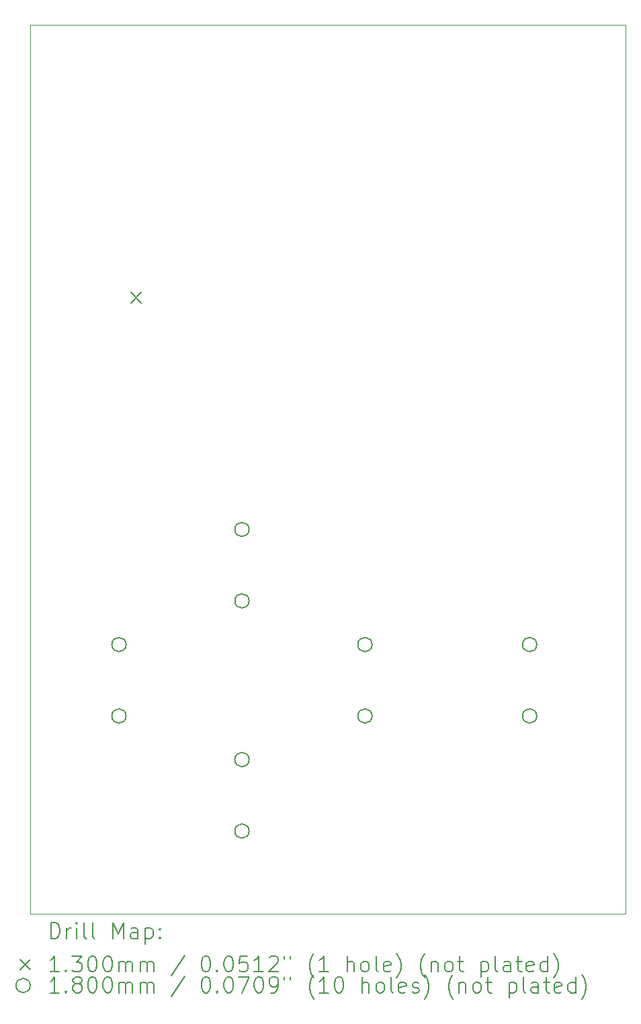
<source format=gbr>
%TF.GenerationSoftware,KiCad,Pcbnew,8.0.1*%
%TF.CreationDate,2024-05-06T19:00:16+02:00*%
%TF.ProjectId,teamagotchi,7465616d-6167-46f7-9463-68692e6b6963,rev?*%
%TF.SameCoordinates,Original*%
%TF.FileFunction,Drillmap*%
%TF.FilePolarity,Positive*%
%FSLAX45Y45*%
G04 Gerber Fmt 4.5, Leading zero omitted, Abs format (unit mm)*
G04 Created by KiCad (PCBNEW 8.0.1) date 2024-05-06 19:00:16*
%MOMM*%
%LPD*%
G01*
G04 APERTURE LIST*
%ADD10C,0.050000*%
%ADD11C,0.200000*%
%ADD12C,0.130000*%
%ADD13C,0.180000*%
G04 APERTURE END LIST*
D10*
X18496000Y-4670600D02*
X18496000Y-15870600D01*
X10996000Y-4670600D02*
X18496000Y-4670600D01*
X10996000Y-15870600D02*
X10996000Y-4670600D01*
X10996000Y-15870600D02*
X18496000Y-15870600D01*
D11*
D12*
X12261000Y-8045600D02*
X12391000Y-8175600D01*
X12391000Y-8045600D02*
X12261000Y-8175600D01*
D13*
X12201000Y-12480600D02*
G75*
G02*
X12021000Y-12480600I-90000J0D01*
G01*
X12021000Y-12480600D02*
G75*
G02*
X12201000Y-12480600I90000J0D01*
G01*
X12201000Y-13380600D02*
G75*
G02*
X12021000Y-13380600I-90000J0D01*
G01*
X12021000Y-13380600D02*
G75*
G02*
X12201000Y-13380600I90000J0D01*
G01*
X13751000Y-11030600D02*
G75*
G02*
X13571000Y-11030600I-90000J0D01*
G01*
X13571000Y-11030600D02*
G75*
G02*
X13751000Y-11030600I90000J0D01*
G01*
X13751000Y-11930600D02*
G75*
G02*
X13571000Y-11930600I-90000J0D01*
G01*
X13571000Y-11930600D02*
G75*
G02*
X13751000Y-11930600I90000J0D01*
G01*
X13751000Y-13930600D02*
G75*
G02*
X13571000Y-13930600I-90000J0D01*
G01*
X13571000Y-13930600D02*
G75*
G02*
X13751000Y-13930600I90000J0D01*
G01*
X13751000Y-14830600D02*
G75*
G02*
X13571000Y-14830600I-90000J0D01*
G01*
X13571000Y-14830600D02*
G75*
G02*
X13751000Y-14830600I90000J0D01*
G01*
X15301000Y-12480600D02*
G75*
G02*
X15121000Y-12480600I-90000J0D01*
G01*
X15121000Y-12480600D02*
G75*
G02*
X15301000Y-12480600I90000J0D01*
G01*
X15301000Y-13380600D02*
G75*
G02*
X15121000Y-13380600I-90000J0D01*
G01*
X15121000Y-13380600D02*
G75*
G02*
X15301000Y-13380600I90000J0D01*
G01*
X17376000Y-12480600D02*
G75*
G02*
X17196000Y-12480600I-90000J0D01*
G01*
X17196000Y-12480600D02*
G75*
G02*
X17376000Y-12480600I90000J0D01*
G01*
X17376000Y-13380600D02*
G75*
G02*
X17196000Y-13380600I-90000J0D01*
G01*
X17196000Y-13380600D02*
G75*
G02*
X17376000Y-13380600I90000J0D01*
G01*
D11*
X11254277Y-16184584D02*
X11254277Y-15984584D01*
X11254277Y-15984584D02*
X11301896Y-15984584D01*
X11301896Y-15984584D02*
X11330467Y-15994108D01*
X11330467Y-15994108D02*
X11349515Y-16013155D01*
X11349515Y-16013155D02*
X11359039Y-16032203D01*
X11359039Y-16032203D02*
X11368562Y-16070298D01*
X11368562Y-16070298D02*
X11368562Y-16098869D01*
X11368562Y-16098869D02*
X11359039Y-16136965D01*
X11359039Y-16136965D02*
X11349515Y-16156012D01*
X11349515Y-16156012D02*
X11330467Y-16175060D01*
X11330467Y-16175060D02*
X11301896Y-16184584D01*
X11301896Y-16184584D02*
X11254277Y-16184584D01*
X11454277Y-16184584D02*
X11454277Y-16051250D01*
X11454277Y-16089346D02*
X11463801Y-16070298D01*
X11463801Y-16070298D02*
X11473324Y-16060774D01*
X11473324Y-16060774D02*
X11492372Y-16051250D01*
X11492372Y-16051250D02*
X11511420Y-16051250D01*
X11578086Y-16184584D02*
X11578086Y-16051250D01*
X11578086Y-15984584D02*
X11568562Y-15994108D01*
X11568562Y-15994108D02*
X11578086Y-16003631D01*
X11578086Y-16003631D02*
X11587610Y-15994108D01*
X11587610Y-15994108D02*
X11578086Y-15984584D01*
X11578086Y-15984584D02*
X11578086Y-16003631D01*
X11701896Y-16184584D02*
X11682848Y-16175060D01*
X11682848Y-16175060D02*
X11673324Y-16156012D01*
X11673324Y-16156012D02*
X11673324Y-15984584D01*
X11806658Y-16184584D02*
X11787610Y-16175060D01*
X11787610Y-16175060D02*
X11778086Y-16156012D01*
X11778086Y-16156012D02*
X11778086Y-15984584D01*
X12035229Y-16184584D02*
X12035229Y-15984584D01*
X12035229Y-15984584D02*
X12101896Y-16127441D01*
X12101896Y-16127441D02*
X12168562Y-15984584D01*
X12168562Y-15984584D02*
X12168562Y-16184584D01*
X12349515Y-16184584D02*
X12349515Y-16079822D01*
X12349515Y-16079822D02*
X12339991Y-16060774D01*
X12339991Y-16060774D02*
X12320943Y-16051250D01*
X12320943Y-16051250D02*
X12282848Y-16051250D01*
X12282848Y-16051250D02*
X12263801Y-16060774D01*
X12349515Y-16175060D02*
X12330467Y-16184584D01*
X12330467Y-16184584D02*
X12282848Y-16184584D01*
X12282848Y-16184584D02*
X12263801Y-16175060D01*
X12263801Y-16175060D02*
X12254277Y-16156012D01*
X12254277Y-16156012D02*
X12254277Y-16136965D01*
X12254277Y-16136965D02*
X12263801Y-16117917D01*
X12263801Y-16117917D02*
X12282848Y-16108393D01*
X12282848Y-16108393D02*
X12330467Y-16108393D01*
X12330467Y-16108393D02*
X12349515Y-16098869D01*
X12444753Y-16051250D02*
X12444753Y-16251250D01*
X12444753Y-16060774D02*
X12463801Y-16051250D01*
X12463801Y-16051250D02*
X12501896Y-16051250D01*
X12501896Y-16051250D02*
X12520943Y-16060774D01*
X12520943Y-16060774D02*
X12530467Y-16070298D01*
X12530467Y-16070298D02*
X12539991Y-16089346D01*
X12539991Y-16089346D02*
X12539991Y-16146488D01*
X12539991Y-16146488D02*
X12530467Y-16165536D01*
X12530467Y-16165536D02*
X12520943Y-16175060D01*
X12520943Y-16175060D02*
X12501896Y-16184584D01*
X12501896Y-16184584D02*
X12463801Y-16184584D01*
X12463801Y-16184584D02*
X12444753Y-16175060D01*
X12625705Y-16165536D02*
X12635229Y-16175060D01*
X12635229Y-16175060D02*
X12625705Y-16184584D01*
X12625705Y-16184584D02*
X12616182Y-16175060D01*
X12616182Y-16175060D02*
X12625705Y-16165536D01*
X12625705Y-16165536D02*
X12625705Y-16184584D01*
X12625705Y-16060774D02*
X12635229Y-16070298D01*
X12635229Y-16070298D02*
X12625705Y-16079822D01*
X12625705Y-16079822D02*
X12616182Y-16070298D01*
X12616182Y-16070298D02*
X12625705Y-16060774D01*
X12625705Y-16060774D02*
X12625705Y-16079822D01*
D12*
X10863500Y-16448100D02*
X10993500Y-16578100D01*
X10993500Y-16448100D02*
X10863500Y-16578100D01*
D11*
X11359039Y-16604584D02*
X11244753Y-16604584D01*
X11301896Y-16604584D02*
X11301896Y-16404584D01*
X11301896Y-16404584D02*
X11282848Y-16433155D01*
X11282848Y-16433155D02*
X11263801Y-16452203D01*
X11263801Y-16452203D02*
X11244753Y-16461727D01*
X11444753Y-16585536D02*
X11454277Y-16595060D01*
X11454277Y-16595060D02*
X11444753Y-16604584D01*
X11444753Y-16604584D02*
X11435229Y-16595060D01*
X11435229Y-16595060D02*
X11444753Y-16585536D01*
X11444753Y-16585536D02*
X11444753Y-16604584D01*
X11520943Y-16404584D02*
X11644753Y-16404584D01*
X11644753Y-16404584D02*
X11578086Y-16480774D01*
X11578086Y-16480774D02*
X11606658Y-16480774D01*
X11606658Y-16480774D02*
X11625705Y-16490298D01*
X11625705Y-16490298D02*
X11635229Y-16499822D01*
X11635229Y-16499822D02*
X11644753Y-16518869D01*
X11644753Y-16518869D02*
X11644753Y-16566488D01*
X11644753Y-16566488D02*
X11635229Y-16585536D01*
X11635229Y-16585536D02*
X11625705Y-16595060D01*
X11625705Y-16595060D02*
X11606658Y-16604584D01*
X11606658Y-16604584D02*
X11549515Y-16604584D01*
X11549515Y-16604584D02*
X11530467Y-16595060D01*
X11530467Y-16595060D02*
X11520943Y-16585536D01*
X11768562Y-16404584D02*
X11787610Y-16404584D01*
X11787610Y-16404584D02*
X11806658Y-16414108D01*
X11806658Y-16414108D02*
X11816182Y-16423631D01*
X11816182Y-16423631D02*
X11825705Y-16442679D01*
X11825705Y-16442679D02*
X11835229Y-16480774D01*
X11835229Y-16480774D02*
X11835229Y-16528393D01*
X11835229Y-16528393D02*
X11825705Y-16566488D01*
X11825705Y-16566488D02*
X11816182Y-16585536D01*
X11816182Y-16585536D02*
X11806658Y-16595060D01*
X11806658Y-16595060D02*
X11787610Y-16604584D01*
X11787610Y-16604584D02*
X11768562Y-16604584D01*
X11768562Y-16604584D02*
X11749515Y-16595060D01*
X11749515Y-16595060D02*
X11739991Y-16585536D01*
X11739991Y-16585536D02*
X11730467Y-16566488D01*
X11730467Y-16566488D02*
X11720943Y-16528393D01*
X11720943Y-16528393D02*
X11720943Y-16480774D01*
X11720943Y-16480774D02*
X11730467Y-16442679D01*
X11730467Y-16442679D02*
X11739991Y-16423631D01*
X11739991Y-16423631D02*
X11749515Y-16414108D01*
X11749515Y-16414108D02*
X11768562Y-16404584D01*
X11959039Y-16404584D02*
X11978086Y-16404584D01*
X11978086Y-16404584D02*
X11997134Y-16414108D01*
X11997134Y-16414108D02*
X12006658Y-16423631D01*
X12006658Y-16423631D02*
X12016182Y-16442679D01*
X12016182Y-16442679D02*
X12025705Y-16480774D01*
X12025705Y-16480774D02*
X12025705Y-16528393D01*
X12025705Y-16528393D02*
X12016182Y-16566488D01*
X12016182Y-16566488D02*
X12006658Y-16585536D01*
X12006658Y-16585536D02*
X11997134Y-16595060D01*
X11997134Y-16595060D02*
X11978086Y-16604584D01*
X11978086Y-16604584D02*
X11959039Y-16604584D01*
X11959039Y-16604584D02*
X11939991Y-16595060D01*
X11939991Y-16595060D02*
X11930467Y-16585536D01*
X11930467Y-16585536D02*
X11920943Y-16566488D01*
X11920943Y-16566488D02*
X11911420Y-16528393D01*
X11911420Y-16528393D02*
X11911420Y-16480774D01*
X11911420Y-16480774D02*
X11920943Y-16442679D01*
X11920943Y-16442679D02*
X11930467Y-16423631D01*
X11930467Y-16423631D02*
X11939991Y-16414108D01*
X11939991Y-16414108D02*
X11959039Y-16404584D01*
X12111420Y-16604584D02*
X12111420Y-16471250D01*
X12111420Y-16490298D02*
X12120943Y-16480774D01*
X12120943Y-16480774D02*
X12139991Y-16471250D01*
X12139991Y-16471250D02*
X12168563Y-16471250D01*
X12168563Y-16471250D02*
X12187610Y-16480774D01*
X12187610Y-16480774D02*
X12197134Y-16499822D01*
X12197134Y-16499822D02*
X12197134Y-16604584D01*
X12197134Y-16499822D02*
X12206658Y-16480774D01*
X12206658Y-16480774D02*
X12225705Y-16471250D01*
X12225705Y-16471250D02*
X12254277Y-16471250D01*
X12254277Y-16471250D02*
X12273324Y-16480774D01*
X12273324Y-16480774D02*
X12282848Y-16499822D01*
X12282848Y-16499822D02*
X12282848Y-16604584D01*
X12378086Y-16604584D02*
X12378086Y-16471250D01*
X12378086Y-16490298D02*
X12387610Y-16480774D01*
X12387610Y-16480774D02*
X12406658Y-16471250D01*
X12406658Y-16471250D02*
X12435229Y-16471250D01*
X12435229Y-16471250D02*
X12454277Y-16480774D01*
X12454277Y-16480774D02*
X12463801Y-16499822D01*
X12463801Y-16499822D02*
X12463801Y-16604584D01*
X12463801Y-16499822D02*
X12473324Y-16480774D01*
X12473324Y-16480774D02*
X12492372Y-16471250D01*
X12492372Y-16471250D02*
X12520943Y-16471250D01*
X12520943Y-16471250D02*
X12539991Y-16480774D01*
X12539991Y-16480774D02*
X12549515Y-16499822D01*
X12549515Y-16499822D02*
X12549515Y-16604584D01*
X12939991Y-16395060D02*
X12768563Y-16652203D01*
X13197134Y-16404584D02*
X13216182Y-16404584D01*
X13216182Y-16404584D02*
X13235229Y-16414108D01*
X13235229Y-16414108D02*
X13244753Y-16423631D01*
X13244753Y-16423631D02*
X13254277Y-16442679D01*
X13254277Y-16442679D02*
X13263801Y-16480774D01*
X13263801Y-16480774D02*
X13263801Y-16528393D01*
X13263801Y-16528393D02*
X13254277Y-16566488D01*
X13254277Y-16566488D02*
X13244753Y-16585536D01*
X13244753Y-16585536D02*
X13235229Y-16595060D01*
X13235229Y-16595060D02*
X13216182Y-16604584D01*
X13216182Y-16604584D02*
X13197134Y-16604584D01*
X13197134Y-16604584D02*
X13178086Y-16595060D01*
X13178086Y-16595060D02*
X13168563Y-16585536D01*
X13168563Y-16585536D02*
X13159039Y-16566488D01*
X13159039Y-16566488D02*
X13149515Y-16528393D01*
X13149515Y-16528393D02*
X13149515Y-16480774D01*
X13149515Y-16480774D02*
X13159039Y-16442679D01*
X13159039Y-16442679D02*
X13168563Y-16423631D01*
X13168563Y-16423631D02*
X13178086Y-16414108D01*
X13178086Y-16414108D02*
X13197134Y-16404584D01*
X13349515Y-16585536D02*
X13359039Y-16595060D01*
X13359039Y-16595060D02*
X13349515Y-16604584D01*
X13349515Y-16604584D02*
X13339991Y-16595060D01*
X13339991Y-16595060D02*
X13349515Y-16585536D01*
X13349515Y-16585536D02*
X13349515Y-16604584D01*
X13482848Y-16404584D02*
X13501896Y-16404584D01*
X13501896Y-16404584D02*
X13520944Y-16414108D01*
X13520944Y-16414108D02*
X13530467Y-16423631D01*
X13530467Y-16423631D02*
X13539991Y-16442679D01*
X13539991Y-16442679D02*
X13549515Y-16480774D01*
X13549515Y-16480774D02*
X13549515Y-16528393D01*
X13549515Y-16528393D02*
X13539991Y-16566488D01*
X13539991Y-16566488D02*
X13530467Y-16585536D01*
X13530467Y-16585536D02*
X13520944Y-16595060D01*
X13520944Y-16595060D02*
X13501896Y-16604584D01*
X13501896Y-16604584D02*
X13482848Y-16604584D01*
X13482848Y-16604584D02*
X13463801Y-16595060D01*
X13463801Y-16595060D02*
X13454277Y-16585536D01*
X13454277Y-16585536D02*
X13444753Y-16566488D01*
X13444753Y-16566488D02*
X13435229Y-16528393D01*
X13435229Y-16528393D02*
X13435229Y-16480774D01*
X13435229Y-16480774D02*
X13444753Y-16442679D01*
X13444753Y-16442679D02*
X13454277Y-16423631D01*
X13454277Y-16423631D02*
X13463801Y-16414108D01*
X13463801Y-16414108D02*
X13482848Y-16404584D01*
X13730467Y-16404584D02*
X13635229Y-16404584D01*
X13635229Y-16404584D02*
X13625706Y-16499822D01*
X13625706Y-16499822D02*
X13635229Y-16490298D01*
X13635229Y-16490298D02*
X13654277Y-16480774D01*
X13654277Y-16480774D02*
X13701896Y-16480774D01*
X13701896Y-16480774D02*
X13720944Y-16490298D01*
X13720944Y-16490298D02*
X13730467Y-16499822D01*
X13730467Y-16499822D02*
X13739991Y-16518869D01*
X13739991Y-16518869D02*
X13739991Y-16566488D01*
X13739991Y-16566488D02*
X13730467Y-16585536D01*
X13730467Y-16585536D02*
X13720944Y-16595060D01*
X13720944Y-16595060D02*
X13701896Y-16604584D01*
X13701896Y-16604584D02*
X13654277Y-16604584D01*
X13654277Y-16604584D02*
X13635229Y-16595060D01*
X13635229Y-16595060D02*
X13625706Y-16585536D01*
X13930467Y-16604584D02*
X13816182Y-16604584D01*
X13873325Y-16604584D02*
X13873325Y-16404584D01*
X13873325Y-16404584D02*
X13854277Y-16433155D01*
X13854277Y-16433155D02*
X13835229Y-16452203D01*
X13835229Y-16452203D02*
X13816182Y-16461727D01*
X14006658Y-16423631D02*
X14016182Y-16414108D01*
X14016182Y-16414108D02*
X14035229Y-16404584D01*
X14035229Y-16404584D02*
X14082848Y-16404584D01*
X14082848Y-16404584D02*
X14101896Y-16414108D01*
X14101896Y-16414108D02*
X14111420Y-16423631D01*
X14111420Y-16423631D02*
X14120944Y-16442679D01*
X14120944Y-16442679D02*
X14120944Y-16461727D01*
X14120944Y-16461727D02*
X14111420Y-16490298D01*
X14111420Y-16490298D02*
X13997134Y-16604584D01*
X13997134Y-16604584D02*
X14120944Y-16604584D01*
X14197134Y-16404584D02*
X14197134Y-16442679D01*
X14273325Y-16404584D02*
X14273325Y-16442679D01*
X14568563Y-16680774D02*
X14559039Y-16671250D01*
X14559039Y-16671250D02*
X14539991Y-16642679D01*
X14539991Y-16642679D02*
X14530468Y-16623631D01*
X14530468Y-16623631D02*
X14520944Y-16595060D01*
X14520944Y-16595060D02*
X14511420Y-16547441D01*
X14511420Y-16547441D02*
X14511420Y-16509346D01*
X14511420Y-16509346D02*
X14520944Y-16461727D01*
X14520944Y-16461727D02*
X14530468Y-16433155D01*
X14530468Y-16433155D02*
X14539991Y-16414108D01*
X14539991Y-16414108D02*
X14559039Y-16385536D01*
X14559039Y-16385536D02*
X14568563Y-16376012D01*
X14749515Y-16604584D02*
X14635229Y-16604584D01*
X14692372Y-16604584D02*
X14692372Y-16404584D01*
X14692372Y-16404584D02*
X14673325Y-16433155D01*
X14673325Y-16433155D02*
X14654277Y-16452203D01*
X14654277Y-16452203D02*
X14635229Y-16461727D01*
X14987610Y-16604584D02*
X14987610Y-16404584D01*
X15073325Y-16604584D02*
X15073325Y-16499822D01*
X15073325Y-16499822D02*
X15063801Y-16480774D01*
X15063801Y-16480774D02*
X15044753Y-16471250D01*
X15044753Y-16471250D02*
X15016182Y-16471250D01*
X15016182Y-16471250D02*
X14997134Y-16480774D01*
X14997134Y-16480774D02*
X14987610Y-16490298D01*
X15197134Y-16604584D02*
X15178087Y-16595060D01*
X15178087Y-16595060D02*
X15168563Y-16585536D01*
X15168563Y-16585536D02*
X15159039Y-16566488D01*
X15159039Y-16566488D02*
X15159039Y-16509346D01*
X15159039Y-16509346D02*
X15168563Y-16490298D01*
X15168563Y-16490298D02*
X15178087Y-16480774D01*
X15178087Y-16480774D02*
X15197134Y-16471250D01*
X15197134Y-16471250D02*
X15225706Y-16471250D01*
X15225706Y-16471250D02*
X15244753Y-16480774D01*
X15244753Y-16480774D02*
X15254277Y-16490298D01*
X15254277Y-16490298D02*
X15263801Y-16509346D01*
X15263801Y-16509346D02*
X15263801Y-16566488D01*
X15263801Y-16566488D02*
X15254277Y-16585536D01*
X15254277Y-16585536D02*
X15244753Y-16595060D01*
X15244753Y-16595060D02*
X15225706Y-16604584D01*
X15225706Y-16604584D02*
X15197134Y-16604584D01*
X15378087Y-16604584D02*
X15359039Y-16595060D01*
X15359039Y-16595060D02*
X15349515Y-16576012D01*
X15349515Y-16576012D02*
X15349515Y-16404584D01*
X15530468Y-16595060D02*
X15511420Y-16604584D01*
X15511420Y-16604584D02*
X15473325Y-16604584D01*
X15473325Y-16604584D02*
X15454277Y-16595060D01*
X15454277Y-16595060D02*
X15444753Y-16576012D01*
X15444753Y-16576012D02*
X15444753Y-16499822D01*
X15444753Y-16499822D02*
X15454277Y-16480774D01*
X15454277Y-16480774D02*
X15473325Y-16471250D01*
X15473325Y-16471250D02*
X15511420Y-16471250D01*
X15511420Y-16471250D02*
X15530468Y-16480774D01*
X15530468Y-16480774D02*
X15539991Y-16499822D01*
X15539991Y-16499822D02*
X15539991Y-16518869D01*
X15539991Y-16518869D02*
X15444753Y-16537917D01*
X15606658Y-16680774D02*
X15616182Y-16671250D01*
X15616182Y-16671250D02*
X15635230Y-16642679D01*
X15635230Y-16642679D02*
X15644753Y-16623631D01*
X15644753Y-16623631D02*
X15654277Y-16595060D01*
X15654277Y-16595060D02*
X15663801Y-16547441D01*
X15663801Y-16547441D02*
X15663801Y-16509346D01*
X15663801Y-16509346D02*
X15654277Y-16461727D01*
X15654277Y-16461727D02*
X15644753Y-16433155D01*
X15644753Y-16433155D02*
X15635230Y-16414108D01*
X15635230Y-16414108D02*
X15616182Y-16385536D01*
X15616182Y-16385536D02*
X15606658Y-16376012D01*
X15968563Y-16680774D02*
X15959039Y-16671250D01*
X15959039Y-16671250D02*
X15939991Y-16642679D01*
X15939991Y-16642679D02*
X15930468Y-16623631D01*
X15930468Y-16623631D02*
X15920944Y-16595060D01*
X15920944Y-16595060D02*
X15911420Y-16547441D01*
X15911420Y-16547441D02*
X15911420Y-16509346D01*
X15911420Y-16509346D02*
X15920944Y-16461727D01*
X15920944Y-16461727D02*
X15930468Y-16433155D01*
X15930468Y-16433155D02*
X15939991Y-16414108D01*
X15939991Y-16414108D02*
X15959039Y-16385536D01*
X15959039Y-16385536D02*
X15968563Y-16376012D01*
X16044753Y-16471250D02*
X16044753Y-16604584D01*
X16044753Y-16490298D02*
X16054277Y-16480774D01*
X16054277Y-16480774D02*
X16073325Y-16471250D01*
X16073325Y-16471250D02*
X16101896Y-16471250D01*
X16101896Y-16471250D02*
X16120944Y-16480774D01*
X16120944Y-16480774D02*
X16130468Y-16499822D01*
X16130468Y-16499822D02*
X16130468Y-16604584D01*
X16254277Y-16604584D02*
X16235230Y-16595060D01*
X16235230Y-16595060D02*
X16225706Y-16585536D01*
X16225706Y-16585536D02*
X16216182Y-16566488D01*
X16216182Y-16566488D02*
X16216182Y-16509346D01*
X16216182Y-16509346D02*
X16225706Y-16490298D01*
X16225706Y-16490298D02*
X16235230Y-16480774D01*
X16235230Y-16480774D02*
X16254277Y-16471250D01*
X16254277Y-16471250D02*
X16282849Y-16471250D01*
X16282849Y-16471250D02*
X16301896Y-16480774D01*
X16301896Y-16480774D02*
X16311420Y-16490298D01*
X16311420Y-16490298D02*
X16320944Y-16509346D01*
X16320944Y-16509346D02*
X16320944Y-16566488D01*
X16320944Y-16566488D02*
X16311420Y-16585536D01*
X16311420Y-16585536D02*
X16301896Y-16595060D01*
X16301896Y-16595060D02*
X16282849Y-16604584D01*
X16282849Y-16604584D02*
X16254277Y-16604584D01*
X16378087Y-16471250D02*
X16454277Y-16471250D01*
X16406658Y-16404584D02*
X16406658Y-16576012D01*
X16406658Y-16576012D02*
X16416182Y-16595060D01*
X16416182Y-16595060D02*
X16435230Y-16604584D01*
X16435230Y-16604584D02*
X16454277Y-16604584D01*
X16673325Y-16471250D02*
X16673325Y-16671250D01*
X16673325Y-16480774D02*
X16692372Y-16471250D01*
X16692372Y-16471250D02*
X16730468Y-16471250D01*
X16730468Y-16471250D02*
X16749515Y-16480774D01*
X16749515Y-16480774D02*
X16759039Y-16490298D01*
X16759039Y-16490298D02*
X16768563Y-16509346D01*
X16768563Y-16509346D02*
X16768563Y-16566488D01*
X16768563Y-16566488D02*
X16759039Y-16585536D01*
X16759039Y-16585536D02*
X16749515Y-16595060D01*
X16749515Y-16595060D02*
X16730468Y-16604584D01*
X16730468Y-16604584D02*
X16692372Y-16604584D01*
X16692372Y-16604584D02*
X16673325Y-16595060D01*
X16882849Y-16604584D02*
X16863801Y-16595060D01*
X16863801Y-16595060D02*
X16854277Y-16576012D01*
X16854277Y-16576012D02*
X16854277Y-16404584D01*
X17044754Y-16604584D02*
X17044754Y-16499822D01*
X17044754Y-16499822D02*
X17035230Y-16480774D01*
X17035230Y-16480774D02*
X17016182Y-16471250D01*
X17016182Y-16471250D02*
X16978087Y-16471250D01*
X16978087Y-16471250D02*
X16959039Y-16480774D01*
X17044754Y-16595060D02*
X17025706Y-16604584D01*
X17025706Y-16604584D02*
X16978087Y-16604584D01*
X16978087Y-16604584D02*
X16959039Y-16595060D01*
X16959039Y-16595060D02*
X16949515Y-16576012D01*
X16949515Y-16576012D02*
X16949515Y-16556965D01*
X16949515Y-16556965D02*
X16959039Y-16537917D01*
X16959039Y-16537917D02*
X16978087Y-16528393D01*
X16978087Y-16528393D02*
X17025706Y-16528393D01*
X17025706Y-16528393D02*
X17044754Y-16518869D01*
X17111420Y-16471250D02*
X17187611Y-16471250D01*
X17139992Y-16404584D02*
X17139992Y-16576012D01*
X17139992Y-16576012D02*
X17149515Y-16595060D01*
X17149515Y-16595060D02*
X17168563Y-16604584D01*
X17168563Y-16604584D02*
X17187611Y-16604584D01*
X17330468Y-16595060D02*
X17311420Y-16604584D01*
X17311420Y-16604584D02*
X17273325Y-16604584D01*
X17273325Y-16604584D02*
X17254277Y-16595060D01*
X17254277Y-16595060D02*
X17244754Y-16576012D01*
X17244754Y-16576012D02*
X17244754Y-16499822D01*
X17244754Y-16499822D02*
X17254277Y-16480774D01*
X17254277Y-16480774D02*
X17273325Y-16471250D01*
X17273325Y-16471250D02*
X17311420Y-16471250D01*
X17311420Y-16471250D02*
X17330468Y-16480774D01*
X17330468Y-16480774D02*
X17339992Y-16499822D01*
X17339992Y-16499822D02*
X17339992Y-16518869D01*
X17339992Y-16518869D02*
X17244754Y-16537917D01*
X17511420Y-16604584D02*
X17511420Y-16404584D01*
X17511420Y-16595060D02*
X17492373Y-16604584D01*
X17492373Y-16604584D02*
X17454277Y-16604584D01*
X17454277Y-16604584D02*
X17435230Y-16595060D01*
X17435230Y-16595060D02*
X17425706Y-16585536D01*
X17425706Y-16585536D02*
X17416182Y-16566488D01*
X17416182Y-16566488D02*
X17416182Y-16509346D01*
X17416182Y-16509346D02*
X17425706Y-16490298D01*
X17425706Y-16490298D02*
X17435230Y-16480774D01*
X17435230Y-16480774D02*
X17454277Y-16471250D01*
X17454277Y-16471250D02*
X17492373Y-16471250D01*
X17492373Y-16471250D02*
X17511420Y-16480774D01*
X17587611Y-16680774D02*
X17597135Y-16671250D01*
X17597135Y-16671250D02*
X17616182Y-16642679D01*
X17616182Y-16642679D02*
X17625706Y-16623631D01*
X17625706Y-16623631D02*
X17635230Y-16595060D01*
X17635230Y-16595060D02*
X17644754Y-16547441D01*
X17644754Y-16547441D02*
X17644754Y-16509346D01*
X17644754Y-16509346D02*
X17635230Y-16461727D01*
X17635230Y-16461727D02*
X17625706Y-16433155D01*
X17625706Y-16433155D02*
X17616182Y-16414108D01*
X17616182Y-16414108D02*
X17597135Y-16385536D01*
X17597135Y-16385536D02*
X17587611Y-16376012D01*
D13*
X10993500Y-16777100D02*
G75*
G02*
X10813500Y-16777100I-90000J0D01*
G01*
X10813500Y-16777100D02*
G75*
G02*
X10993500Y-16777100I90000J0D01*
G01*
D11*
X11359039Y-16868584D02*
X11244753Y-16868584D01*
X11301896Y-16868584D02*
X11301896Y-16668584D01*
X11301896Y-16668584D02*
X11282848Y-16697155D01*
X11282848Y-16697155D02*
X11263801Y-16716203D01*
X11263801Y-16716203D02*
X11244753Y-16725727D01*
X11444753Y-16849536D02*
X11454277Y-16859060D01*
X11454277Y-16859060D02*
X11444753Y-16868584D01*
X11444753Y-16868584D02*
X11435229Y-16859060D01*
X11435229Y-16859060D02*
X11444753Y-16849536D01*
X11444753Y-16849536D02*
X11444753Y-16868584D01*
X11568562Y-16754298D02*
X11549515Y-16744774D01*
X11549515Y-16744774D02*
X11539991Y-16735250D01*
X11539991Y-16735250D02*
X11530467Y-16716203D01*
X11530467Y-16716203D02*
X11530467Y-16706679D01*
X11530467Y-16706679D02*
X11539991Y-16687631D01*
X11539991Y-16687631D02*
X11549515Y-16678108D01*
X11549515Y-16678108D02*
X11568562Y-16668584D01*
X11568562Y-16668584D02*
X11606658Y-16668584D01*
X11606658Y-16668584D02*
X11625705Y-16678108D01*
X11625705Y-16678108D02*
X11635229Y-16687631D01*
X11635229Y-16687631D02*
X11644753Y-16706679D01*
X11644753Y-16706679D02*
X11644753Y-16716203D01*
X11644753Y-16716203D02*
X11635229Y-16735250D01*
X11635229Y-16735250D02*
X11625705Y-16744774D01*
X11625705Y-16744774D02*
X11606658Y-16754298D01*
X11606658Y-16754298D02*
X11568562Y-16754298D01*
X11568562Y-16754298D02*
X11549515Y-16763822D01*
X11549515Y-16763822D02*
X11539991Y-16773346D01*
X11539991Y-16773346D02*
X11530467Y-16792393D01*
X11530467Y-16792393D02*
X11530467Y-16830489D01*
X11530467Y-16830489D02*
X11539991Y-16849536D01*
X11539991Y-16849536D02*
X11549515Y-16859060D01*
X11549515Y-16859060D02*
X11568562Y-16868584D01*
X11568562Y-16868584D02*
X11606658Y-16868584D01*
X11606658Y-16868584D02*
X11625705Y-16859060D01*
X11625705Y-16859060D02*
X11635229Y-16849536D01*
X11635229Y-16849536D02*
X11644753Y-16830489D01*
X11644753Y-16830489D02*
X11644753Y-16792393D01*
X11644753Y-16792393D02*
X11635229Y-16773346D01*
X11635229Y-16773346D02*
X11625705Y-16763822D01*
X11625705Y-16763822D02*
X11606658Y-16754298D01*
X11768562Y-16668584D02*
X11787610Y-16668584D01*
X11787610Y-16668584D02*
X11806658Y-16678108D01*
X11806658Y-16678108D02*
X11816182Y-16687631D01*
X11816182Y-16687631D02*
X11825705Y-16706679D01*
X11825705Y-16706679D02*
X11835229Y-16744774D01*
X11835229Y-16744774D02*
X11835229Y-16792393D01*
X11835229Y-16792393D02*
X11825705Y-16830489D01*
X11825705Y-16830489D02*
X11816182Y-16849536D01*
X11816182Y-16849536D02*
X11806658Y-16859060D01*
X11806658Y-16859060D02*
X11787610Y-16868584D01*
X11787610Y-16868584D02*
X11768562Y-16868584D01*
X11768562Y-16868584D02*
X11749515Y-16859060D01*
X11749515Y-16859060D02*
X11739991Y-16849536D01*
X11739991Y-16849536D02*
X11730467Y-16830489D01*
X11730467Y-16830489D02*
X11720943Y-16792393D01*
X11720943Y-16792393D02*
X11720943Y-16744774D01*
X11720943Y-16744774D02*
X11730467Y-16706679D01*
X11730467Y-16706679D02*
X11739991Y-16687631D01*
X11739991Y-16687631D02*
X11749515Y-16678108D01*
X11749515Y-16678108D02*
X11768562Y-16668584D01*
X11959039Y-16668584D02*
X11978086Y-16668584D01*
X11978086Y-16668584D02*
X11997134Y-16678108D01*
X11997134Y-16678108D02*
X12006658Y-16687631D01*
X12006658Y-16687631D02*
X12016182Y-16706679D01*
X12016182Y-16706679D02*
X12025705Y-16744774D01*
X12025705Y-16744774D02*
X12025705Y-16792393D01*
X12025705Y-16792393D02*
X12016182Y-16830489D01*
X12016182Y-16830489D02*
X12006658Y-16849536D01*
X12006658Y-16849536D02*
X11997134Y-16859060D01*
X11997134Y-16859060D02*
X11978086Y-16868584D01*
X11978086Y-16868584D02*
X11959039Y-16868584D01*
X11959039Y-16868584D02*
X11939991Y-16859060D01*
X11939991Y-16859060D02*
X11930467Y-16849536D01*
X11930467Y-16849536D02*
X11920943Y-16830489D01*
X11920943Y-16830489D02*
X11911420Y-16792393D01*
X11911420Y-16792393D02*
X11911420Y-16744774D01*
X11911420Y-16744774D02*
X11920943Y-16706679D01*
X11920943Y-16706679D02*
X11930467Y-16687631D01*
X11930467Y-16687631D02*
X11939991Y-16678108D01*
X11939991Y-16678108D02*
X11959039Y-16668584D01*
X12111420Y-16868584D02*
X12111420Y-16735250D01*
X12111420Y-16754298D02*
X12120943Y-16744774D01*
X12120943Y-16744774D02*
X12139991Y-16735250D01*
X12139991Y-16735250D02*
X12168563Y-16735250D01*
X12168563Y-16735250D02*
X12187610Y-16744774D01*
X12187610Y-16744774D02*
X12197134Y-16763822D01*
X12197134Y-16763822D02*
X12197134Y-16868584D01*
X12197134Y-16763822D02*
X12206658Y-16744774D01*
X12206658Y-16744774D02*
X12225705Y-16735250D01*
X12225705Y-16735250D02*
X12254277Y-16735250D01*
X12254277Y-16735250D02*
X12273324Y-16744774D01*
X12273324Y-16744774D02*
X12282848Y-16763822D01*
X12282848Y-16763822D02*
X12282848Y-16868584D01*
X12378086Y-16868584D02*
X12378086Y-16735250D01*
X12378086Y-16754298D02*
X12387610Y-16744774D01*
X12387610Y-16744774D02*
X12406658Y-16735250D01*
X12406658Y-16735250D02*
X12435229Y-16735250D01*
X12435229Y-16735250D02*
X12454277Y-16744774D01*
X12454277Y-16744774D02*
X12463801Y-16763822D01*
X12463801Y-16763822D02*
X12463801Y-16868584D01*
X12463801Y-16763822D02*
X12473324Y-16744774D01*
X12473324Y-16744774D02*
X12492372Y-16735250D01*
X12492372Y-16735250D02*
X12520943Y-16735250D01*
X12520943Y-16735250D02*
X12539991Y-16744774D01*
X12539991Y-16744774D02*
X12549515Y-16763822D01*
X12549515Y-16763822D02*
X12549515Y-16868584D01*
X12939991Y-16659060D02*
X12768563Y-16916203D01*
X13197134Y-16668584D02*
X13216182Y-16668584D01*
X13216182Y-16668584D02*
X13235229Y-16678108D01*
X13235229Y-16678108D02*
X13244753Y-16687631D01*
X13244753Y-16687631D02*
X13254277Y-16706679D01*
X13254277Y-16706679D02*
X13263801Y-16744774D01*
X13263801Y-16744774D02*
X13263801Y-16792393D01*
X13263801Y-16792393D02*
X13254277Y-16830489D01*
X13254277Y-16830489D02*
X13244753Y-16849536D01*
X13244753Y-16849536D02*
X13235229Y-16859060D01*
X13235229Y-16859060D02*
X13216182Y-16868584D01*
X13216182Y-16868584D02*
X13197134Y-16868584D01*
X13197134Y-16868584D02*
X13178086Y-16859060D01*
X13178086Y-16859060D02*
X13168563Y-16849536D01*
X13168563Y-16849536D02*
X13159039Y-16830489D01*
X13159039Y-16830489D02*
X13149515Y-16792393D01*
X13149515Y-16792393D02*
X13149515Y-16744774D01*
X13149515Y-16744774D02*
X13159039Y-16706679D01*
X13159039Y-16706679D02*
X13168563Y-16687631D01*
X13168563Y-16687631D02*
X13178086Y-16678108D01*
X13178086Y-16678108D02*
X13197134Y-16668584D01*
X13349515Y-16849536D02*
X13359039Y-16859060D01*
X13359039Y-16859060D02*
X13349515Y-16868584D01*
X13349515Y-16868584D02*
X13339991Y-16859060D01*
X13339991Y-16859060D02*
X13349515Y-16849536D01*
X13349515Y-16849536D02*
X13349515Y-16868584D01*
X13482848Y-16668584D02*
X13501896Y-16668584D01*
X13501896Y-16668584D02*
X13520944Y-16678108D01*
X13520944Y-16678108D02*
X13530467Y-16687631D01*
X13530467Y-16687631D02*
X13539991Y-16706679D01*
X13539991Y-16706679D02*
X13549515Y-16744774D01*
X13549515Y-16744774D02*
X13549515Y-16792393D01*
X13549515Y-16792393D02*
X13539991Y-16830489D01*
X13539991Y-16830489D02*
X13530467Y-16849536D01*
X13530467Y-16849536D02*
X13520944Y-16859060D01*
X13520944Y-16859060D02*
X13501896Y-16868584D01*
X13501896Y-16868584D02*
X13482848Y-16868584D01*
X13482848Y-16868584D02*
X13463801Y-16859060D01*
X13463801Y-16859060D02*
X13454277Y-16849536D01*
X13454277Y-16849536D02*
X13444753Y-16830489D01*
X13444753Y-16830489D02*
X13435229Y-16792393D01*
X13435229Y-16792393D02*
X13435229Y-16744774D01*
X13435229Y-16744774D02*
X13444753Y-16706679D01*
X13444753Y-16706679D02*
X13454277Y-16687631D01*
X13454277Y-16687631D02*
X13463801Y-16678108D01*
X13463801Y-16678108D02*
X13482848Y-16668584D01*
X13616182Y-16668584D02*
X13749515Y-16668584D01*
X13749515Y-16668584D02*
X13663801Y-16868584D01*
X13863801Y-16668584D02*
X13882848Y-16668584D01*
X13882848Y-16668584D02*
X13901896Y-16678108D01*
X13901896Y-16678108D02*
X13911420Y-16687631D01*
X13911420Y-16687631D02*
X13920944Y-16706679D01*
X13920944Y-16706679D02*
X13930467Y-16744774D01*
X13930467Y-16744774D02*
X13930467Y-16792393D01*
X13930467Y-16792393D02*
X13920944Y-16830489D01*
X13920944Y-16830489D02*
X13911420Y-16849536D01*
X13911420Y-16849536D02*
X13901896Y-16859060D01*
X13901896Y-16859060D02*
X13882848Y-16868584D01*
X13882848Y-16868584D02*
X13863801Y-16868584D01*
X13863801Y-16868584D02*
X13844753Y-16859060D01*
X13844753Y-16859060D02*
X13835229Y-16849536D01*
X13835229Y-16849536D02*
X13825706Y-16830489D01*
X13825706Y-16830489D02*
X13816182Y-16792393D01*
X13816182Y-16792393D02*
X13816182Y-16744774D01*
X13816182Y-16744774D02*
X13825706Y-16706679D01*
X13825706Y-16706679D02*
X13835229Y-16687631D01*
X13835229Y-16687631D02*
X13844753Y-16678108D01*
X13844753Y-16678108D02*
X13863801Y-16668584D01*
X14025706Y-16868584D02*
X14063801Y-16868584D01*
X14063801Y-16868584D02*
X14082848Y-16859060D01*
X14082848Y-16859060D02*
X14092372Y-16849536D01*
X14092372Y-16849536D02*
X14111420Y-16820965D01*
X14111420Y-16820965D02*
X14120944Y-16782870D01*
X14120944Y-16782870D02*
X14120944Y-16706679D01*
X14120944Y-16706679D02*
X14111420Y-16687631D01*
X14111420Y-16687631D02*
X14101896Y-16678108D01*
X14101896Y-16678108D02*
X14082848Y-16668584D01*
X14082848Y-16668584D02*
X14044753Y-16668584D01*
X14044753Y-16668584D02*
X14025706Y-16678108D01*
X14025706Y-16678108D02*
X14016182Y-16687631D01*
X14016182Y-16687631D02*
X14006658Y-16706679D01*
X14006658Y-16706679D02*
X14006658Y-16754298D01*
X14006658Y-16754298D02*
X14016182Y-16773346D01*
X14016182Y-16773346D02*
X14025706Y-16782870D01*
X14025706Y-16782870D02*
X14044753Y-16792393D01*
X14044753Y-16792393D02*
X14082848Y-16792393D01*
X14082848Y-16792393D02*
X14101896Y-16782870D01*
X14101896Y-16782870D02*
X14111420Y-16773346D01*
X14111420Y-16773346D02*
X14120944Y-16754298D01*
X14197134Y-16668584D02*
X14197134Y-16706679D01*
X14273325Y-16668584D02*
X14273325Y-16706679D01*
X14568563Y-16944774D02*
X14559039Y-16935250D01*
X14559039Y-16935250D02*
X14539991Y-16906679D01*
X14539991Y-16906679D02*
X14530468Y-16887631D01*
X14530468Y-16887631D02*
X14520944Y-16859060D01*
X14520944Y-16859060D02*
X14511420Y-16811441D01*
X14511420Y-16811441D02*
X14511420Y-16773346D01*
X14511420Y-16773346D02*
X14520944Y-16725727D01*
X14520944Y-16725727D02*
X14530468Y-16697155D01*
X14530468Y-16697155D02*
X14539991Y-16678108D01*
X14539991Y-16678108D02*
X14559039Y-16649536D01*
X14559039Y-16649536D02*
X14568563Y-16640012D01*
X14749515Y-16868584D02*
X14635229Y-16868584D01*
X14692372Y-16868584D02*
X14692372Y-16668584D01*
X14692372Y-16668584D02*
X14673325Y-16697155D01*
X14673325Y-16697155D02*
X14654277Y-16716203D01*
X14654277Y-16716203D02*
X14635229Y-16725727D01*
X14873325Y-16668584D02*
X14892372Y-16668584D01*
X14892372Y-16668584D02*
X14911420Y-16678108D01*
X14911420Y-16678108D02*
X14920944Y-16687631D01*
X14920944Y-16687631D02*
X14930468Y-16706679D01*
X14930468Y-16706679D02*
X14939991Y-16744774D01*
X14939991Y-16744774D02*
X14939991Y-16792393D01*
X14939991Y-16792393D02*
X14930468Y-16830489D01*
X14930468Y-16830489D02*
X14920944Y-16849536D01*
X14920944Y-16849536D02*
X14911420Y-16859060D01*
X14911420Y-16859060D02*
X14892372Y-16868584D01*
X14892372Y-16868584D02*
X14873325Y-16868584D01*
X14873325Y-16868584D02*
X14854277Y-16859060D01*
X14854277Y-16859060D02*
X14844753Y-16849536D01*
X14844753Y-16849536D02*
X14835229Y-16830489D01*
X14835229Y-16830489D02*
X14825706Y-16792393D01*
X14825706Y-16792393D02*
X14825706Y-16744774D01*
X14825706Y-16744774D02*
X14835229Y-16706679D01*
X14835229Y-16706679D02*
X14844753Y-16687631D01*
X14844753Y-16687631D02*
X14854277Y-16678108D01*
X14854277Y-16678108D02*
X14873325Y-16668584D01*
X15178087Y-16868584D02*
X15178087Y-16668584D01*
X15263801Y-16868584D02*
X15263801Y-16763822D01*
X15263801Y-16763822D02*
X15254277Y-16744774D01*
X15254277Y-16744774D02*
X15235230Y-16735250D01*
X15235230Y-16735250D02*
X15206658Y-16735250D01*
X15206658Y-16735250D02*
X15187610Y-16744774D01*
X15187610Y-16744774D02*
X15178087Y-16754298D01*
X15387610Y-16868584D02*
X15368563Y-16859060D01*
X15368563Y-16859060D02*
X15359039Y-16849536D01*
X15359039Y-16849536D02*
X15349515Y-16830489D01*
X15349515Y-16830489D02*
X15349515Y-16773346D01*
X15349515Y-16773346D02*
X15359039Y-16754298D01*
X15359039Y-16754298D02*
X15368563Y-16744774D01*
X15368563Y-16744774D02*
X15387610Y-16735250D01*
X15387610Y-16735250D02*
X15416182Y-16735250D01*
X15416182Y-16735250D02*
X15435230Y-16744774D01*
X15435230Y-16744774D02*
X15444753Y-16754298D01*
X15444753Y-16754298D02*
X15454277Y-16773346D01*
X15454277Y-16773346D02*
X15454277Y-16830489D01*
X15454277Y-16830489D02*
X15444753Y-16849536D01*
X15444753Y-16849536D02*
X15435230Y-16859060D01*
X15435230Y-16859060D02*
X15416182Y-16868584D01*
X15416182Y-16868584D02*
X15387610Y-16868584D01*
X15568563Y-16868584D02*
X15549515Y-16859060D01*
X15549515Y-16859060D02*
X15539991Y-16840012D01*
X15539991Y-16840012D02*
X15539991Y-16668584D01*
X15720944Y-16859060D02*
X15701896Y-16868584D01*
X15701896Y-16868584D02*
X15663801Y-16868584D01*
X15663801Y-16868584D02*
X15644753Y-16859060D01*
X15644753Y-16859060D02*
X15635230Y-16840012D01*
X15635230Y-16840012D02*
X15635230Y-16763822D01*
X15635230Y-16763822D02*
X15644753Y-16744774D01*
X15644753Y-16744774D02*
X15663801Y-16735250D01*
X15663801Y-16735250D02*
X15701896Y-16735250D01*
X15701896Y-16735250D02*
X15720944Y-16744774D01*
X15720944Y-16744774D02*
X15730468Y-16763822D01*
X15730468Y-16763822D02*
X15730468Y-16782870D01*
X15730468Y-16782870D02*
X15635230Y-16801917D01*
X15806658Y-16859060D02*
X15825706Y-16868584D01*
X15825706Y-16868584D02*
X15863801Y-16868584D01*
X15863801Y-16868584D02*
X15882849Y-16859060D01*
X15882849Y-16859060D02*
X15892372Y-16840012D01*
X15892372Y-16840012D02*
X15892372Y-16830489D01*
X15892372Y-16830489D02*
X15882849Y-16811441D01*
X15882849Y-16811441D02*
X15863801Y-16801917D01*
X15863801Y-16801917D02*
X15835230Y-16801917D01*
X15835230Y-16801917D02*
X15816182Y-16792393D01*
X15816182Y-16792393D02*
X15806658Y-16773346D01*
X15806658Y-16773346D02*
X15806658Y-16763822D01*
X15806658Y-16763822D02*
X15816182Y-16744774D01*
X15816182Y-16744774D02*
X15835230Y-16735250D01*
X15835230Y-16735250D02*
X15863801Y-16735250D01*
X15863801Y-16735250D02*
X15882849Y-16744774D01*
X15959039Y-16944774D02*
X15968563Y-16935250D01*
X15968563Y-16935250D02*
X15987611Y-16906679D01*
X15987611Y-16906679D02*
X15997134Y-16887631D01*
X15997134Y-16887631D02*
X16006658Y-16859060D01*
X16006658Y-16859060D02*
X16016182Y-16811441D01*
X16016182Y-16811441D02*
X16016182Y-16773346D01*
X16016182Y-16773346D02*
X16006658Y-16725727D01*
X16006658Y-16725727D02*
X15997134Y-16697155D01*
X15997134Y-16697155D02*
X15987611Y-16678108D01*
X15987611Y-16678108D02*
X15968563Y-16649536D01*
X15968563Y-16649536D02*
X15959039Y-16640012D01*
X16320944Y-16944774D02*
X16311420Y-16935250D01*
X16311420Y-16935250D02*
X16292372Y-16906679D01*
X16292372Y-16906679D02*
X16282849Y-16887631D01*
X16282849Y-16887631D02*
X16273325Y-16859060D01*
X16273325Y-16859060D02*
X16263801Y-16811441D01*
X16263801Y-16811441D02*
X16263801Y-16773346D01*
X16263801Y-16773346D02*
X16273325Y-16725727D01*
X16273325Y-16725727D02*
X16282849Y-16697155D01*
X16282849Y-16697155D02*
X16292372Y-16678108D01*
X16292372Y-16678108D02*
X16311420Y-16649536D01*
X16311420Y-16649536D02*
X16320944Y-16640012D01*
X16397134Y-16735250D02*
X16397134Y-16868584D01*
X16397134Y-16754298D02*
X16406658Y-16744774D01*
X16406658Y-16744774D02*
X16425706Y-16735250D01*
X16425706Y-16735250D02*
X16454277Y-16735250D01*
X16454277Y-16735250D02*
X16473325Y-16744774D01*
X16473325Y-16744774D02*
X16482849Y-16763822D01*
X16482849Y-16763822D02*
X16482849Y-16868584D01*
X16606658Y-16868584D02*
X16587611Y-16859060D01*
X16587611Y-16859060D02*
X16578087Y-16849536D01*
X16578087Y-16849536D02*
X16568563Y-16830489D01*
X16568563Y-16830489D02*
X16568563Y-16773346D01*
X16568563Y-16773346D02*
X16578087Y-16754298D01*
X16578087Y-16754298D02*
X16587611Y-16744774D01*
X16587611Y-16744774D02*
X16606658Y-16735250D01*
X16606658Y-16735250D02*
X16635230Y-16735250D01*
X16635230Y-16735250D02*
X16654277Y-16744774D01*
X16654277Y-16744774D02*
X16663801Y-16754298D01*
X16663801Y-16754298D02*
X16673325Y-16773346D01*
X16673325Y-16773346D02*
X16673325Y-16830489D01*
X16673325Y-16830489D02*
X16663801Y-16849536D01*
X16663801Y-16849536D02*
X16654277Y-16859060D01*
X16654277Y-16859060D02*
X16635230Y-16868584D01*
X16635230Y-16868584D02*
X16606658Y-16868584D01*
X16730468Y-16735250D02*
X16806658Y-16735250D01*
X16759039Y-16668584D02*
X16759039Y-16840012D01*
X16759039Y-16840012D02*
X16768563Y-16859060D01*
X16768563Y-16859060D02*
X16787611Y-16868584D01*
X16787611Y-16868584D02*
X16806658Y-16868584D01*
X17025706Y-16735250D02*
X17025706Y-16935250D01*
X17025706Y-16744774D02*
X17044754Y-16735250D01*
X17044754Y-16735250D02*
X17082849Y-16735250D01*
X17082849Y-16735250D02*
X17101896Y-16744774D01*
X17101896Y-16744774D02*
X17111420Y-16754298D01*
X17111420Y-16754298D02*
X17120944Y-16773346D01*
X17120944Y-16773346D02*
X17120944Y-16830489D01*
X17120944Y-16830489D02*
X17111420Y-16849536D01*
X17111420Y-16849536D02*
X17101896Y-16859060D01*
X17101896Y-16859060D02*
X17082849Y-16868584D01*
X17082849Y-16868584D02*
X17044754Y-16868584D01*
X17044754Y-16868584D02*
X17025706Y-16859060D01*
X17235230Y-16868584D02*
X17216182Y-16859060D01*
X17216182Y-16859060D02*
X17206658Y-16840012D01*
X17206658Y-16840012D02*
X17206658Y-16668584D01*
X17397135Y-16868584D02*
X17397135Y-16763822D01*
X17397135Y-16763822D02*
X17387611Y-16744774D01*
X17387611Y-16744774D02*
X17368563Y-16735250D01*
X17368563Y-16735250D02*
X17330468Y-16735250D01*
X17330468Y-16735250D02*
X17311420Y-16744774D01*
X17397135Y-16859060D02*
X17378087Y-16868584D01*
X17378087Y-16868584D02*
X17330468Y-16868584D01*
X17330468Y-16868584D02*
X17311420Y-16859060D01*
X17311420Y-16859060D02*
X17301896Y-16840012D01*
X17301896Y-16840012D02*
X17301896Y-16820965D01*
X17301896Y-16820965D02*
X17311420Y-16801917D01*
X17311420Y-16801917D02*
X17330468Y-16792393D01*
X17330468Y-16792393D02*
X17378087Y-16792393D01*
X17378087Y-16792393D02*
X17397135Y-16782870D01*
X17463801Y-16735250D02*
X17539992Y-16735250D01*
X17492373Y-16668584D02*
X17492373Y-16840012D01*
X17492373Y-16840012D02*
X17501896Y-16859060D01*
X17501896Y-16859060D02*
X17520944Y-16868584D01*
X17520944Y-16868584D02*
X17539992Y-16868584D01*
X17682849Y-16859060D02*
X17663801Y-16868584D01*
X17663801Y-16868584D02*
X17625706Y-16868584D01*
X17625706Y-16868584D02*
X17606658Y-16859060D01*
X17606658Y-16859060D02*
X17597135Y-16840012D01*
X17597135Y-16840012D02*
X17597135Y-16763822D01*
X17597135Y-16763822D02*
X17606658Y-16744774D01*
X17606658Y-16744774D02*
X17625706Y-16735250D01*
X17625706Y-16735250D02*
X17663801Y-16735250D01*
X17663801Y-16735250D02*
X17682849Y-16744774D01*
X17682849Y-16744774D02*
X17692373Y-16763822D01*
X17692373Y-16763822D02*
X17692373Y-16782870D01*
X17692373Y-16782870D02*
X17597135Y-16801917D01*
X17863801Y-16868584D02*
X17863801Y-16668584D01*
X17863801Y-16859060D02*
X17844754Y-16868584D01*
X17844754Y-16868584D02*
X17806658Y-16868584D01*
X17806658Y-16868584D02*
X17787611Y-16859060D01*
X17787611Y-16859060D02*
X17778087Y-16849536D01*
X17778087Y-16849536D02*
X17768563Y-16830489D01*
X17768563Y-16830489D02*
X17768563Y-16773346D01*
X17768563Y-16773346D02*
X17778087Y-16754298D01*
X17778087Y-16754298D02*
X17787611Y-16744774D01*
X17787611Y-16744774D02*
X17806658Y-16735250D01*
X17806658Y-16735250D02*
X17844754Y-16735250D01*
X17844754Y-16735250D02*
X17863801Y-16744774D01*
X17939992Y-16944774D02*
X17949516Y-16935250D01*
X17949516Y-16935250D02*
X17968563Y-16906679D01*
X17968563Y-16906679D02*
X17978087Y-16887631D01*
X17978087Y-16887631D02*
X17987611Y-16859060D01*
X17987611Y-16859060D02*
X17997135Y-16811441D01*
X17997135Y-16811441D02*
X17997135Y-16773346D01*
X17997135Y-16773346D02*
X17987611Y-16725727D01*
X17987611Y-16725727D02*
X17978087Y-16697155D01*
X17978087Y-16697155D02*
X17968563Y-16678108D01*
X17968563Y-16678108D02*
X17949516Y-16649536D01*
X17949516Y-16649536D02*
X17939992Y-16640012D01*
M02*

</source>
